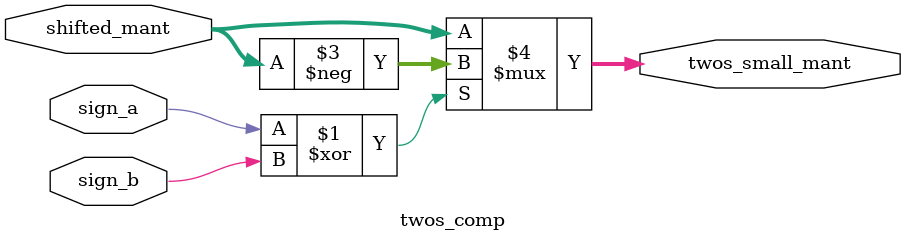
<source format=sv>
module twos_comp (
	input	logic			sign_a,
	input	logic			sign_b,
	input	logic	[5:0]	shifted_mant,
	
	output	logic	[5:0]	twos_small_mant
);

assign twos_small_mant = ((sign_a^sign_b)^(1'b0)) ? -(shifted_mant) : shifted_mant ; 

endmodule
</source>
